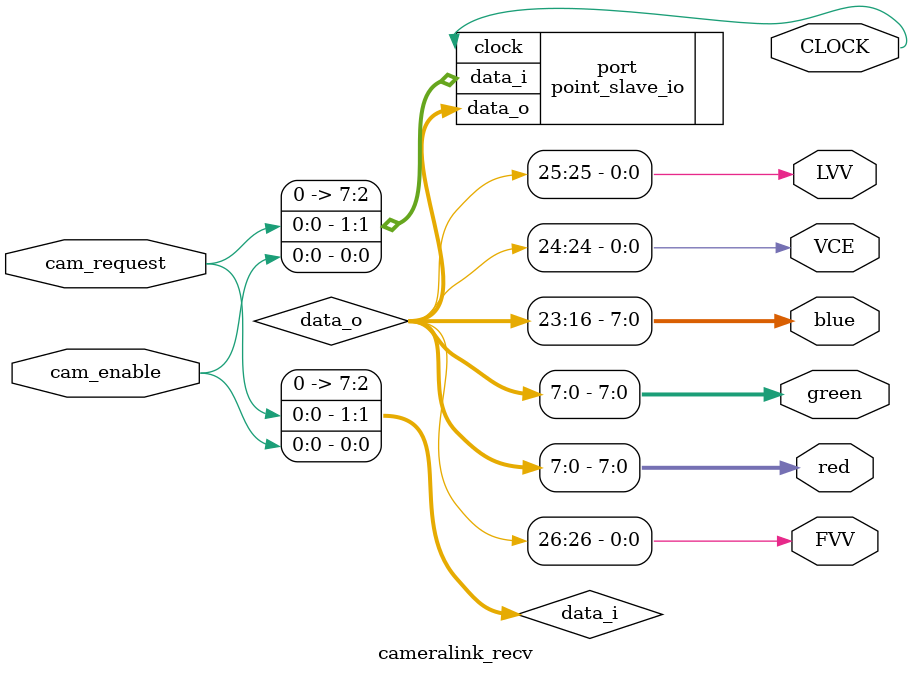
<source format=v>

/*
 * Copyright 2010 Stephen Williams <steve@icarus.com>
 *
 *    This source code is free software; you can redistribute it
 *    and/or modify it in source code form under the terms of the GNU
 *    General Public License as published by the Free Software
 *    Foundation; either version 2 of the License, or (at your option)
 *    any later version.
 *
 *    This program is distributed in the hope that it will be useful,
 *    but WITHOUT ANY WARRANTY; without even the implied warranty of
 *    MERCHANTABILITY or FITNESS FOR A PARTICULAR PURPOSE.  See the
 *    GNU General Public License for more details.
 *
 *    You should have received a copy of the GNU General Public License
 *    along with this program; if not, write to the Free Software
 *    Foundation, Inc., 59 Temple Place - Suite 330, Boston, MA 02111-1307, USA
 */

/*
 * The cameralink_recv module is a wrapper around the point_slave_io
 * module that understands the CameraLink protocol as it is carried
 * over the SIMBUS point-to-point protocol. This is the receiver
 * (frame grabber) side of the protocol.
 *
 * **
 *
 * parameter name = "string"
 * 
 *    This parameter is the logical name for this device. The default
 *    value ("capture") is suitable if there is only 1 instance of this
 *    module in a simulation. If there are multiple instances, each
 *    must be given a unique name which is used to find the port string
 *    on the command line.
 *
 * +simbus-<name>-bus=<port>
 *
 *    This command line plus-arg is used by the SIMBUS vpi to locate
 *    the server for this bus. The <name> is the value of the name
 *    parameter, and is also the device name that must show up in the
 *    bus configuration file.
 */
module cameralink_recv
  (// The bus supplies the clock
   output wire CLOCK,
   output wire VCE, LVV, FVV,
   output wire [7:0] red,
   output wire [7:0] green,
   output wire [7:0] blue,
   input wire cam_enable,
   input wire cam_request
   /* */);

   parameter name = "capture";

   wire [26:0] data_o;
   wire [7:0]  data_i = {6'b0000_00, cam_request, cam_enable};

   // The CameraLink is really just a variation of the point-to-point
   // bus protocol. Connect my details nets to the generic ports.
   point_slave_io #(.name(name), .WIDTH_O(27), .WIDTH_I(8)) port
     (.clock(CLOCK), .data_o(data_o), .data_i(data_i));

   // Break out the CameraLink signals from the p2p data_o.
   assign red   = data_o[7:0];
   assign green = data_o[15:0];
   assign blue  = data_o[23:16];
   assign VCE   = data_o[24];
   assign LVV   = data_o[25];
   assign FVV   = data_o[26];

endmodule // cameralink_recv

</source>
